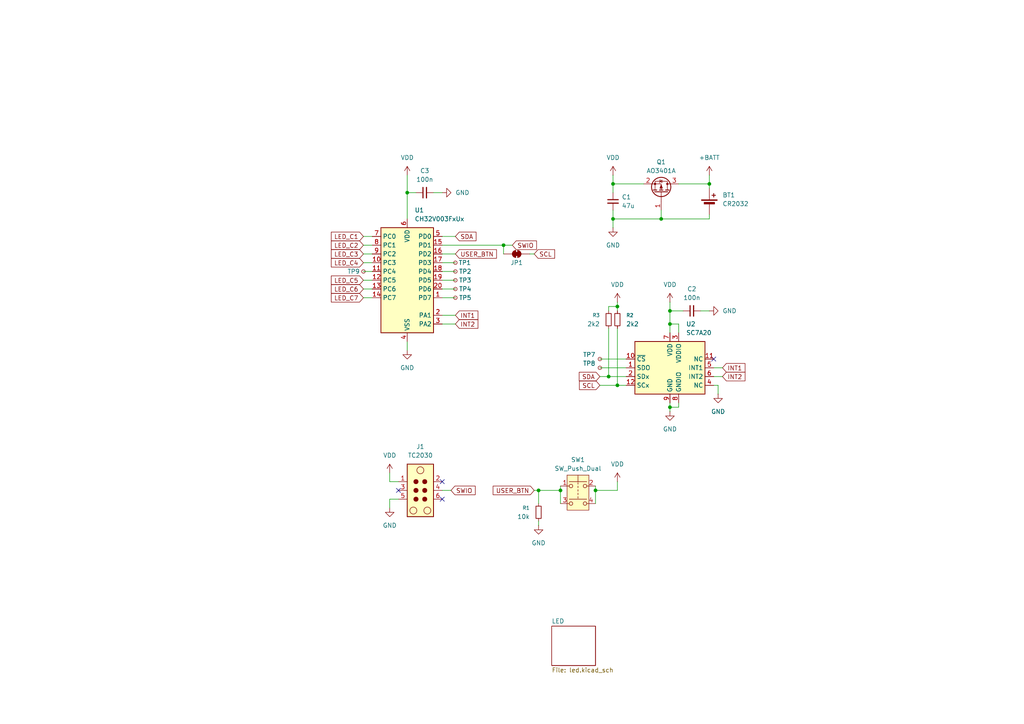
<source format=kicad_sch>
(kicad_sch (version 20250114) (generator "eeschema") (generator_version "9.0")
  (paper "A4")
  (lib_symbols
    (symbol "Connector:TC2030" (in_bom no)
      (property "Reference" "J" (at 1.27 8.89 0))
      (property "Value" "TC2030" (at 1.27 -8.89 0))
      (symbol "TC2030_1_1"
        (rectangle (start -2.54 7.62) (end 5.08 -7.62) (stroke (width 0.254)) (fill (type background)))
        (circle (center -0.762 -5.842) (radius 1.016))
        (circle (center 0 2.54) (radius 0.635) (fill (type outline)))
        (circle (center 0 0) (radius 0.635) (fill (type outline)))
        (circle (center 0 -2.54) (radius 0.635) (fill (type outline)))
        (circle (center 1.27 5.842) (radius 1.016))
        (circle (center 2.54 2.54) (radius 0.635) (fill (type outline)))
        (circle (center 2.54 0) (radius 0.635) (fill (type outline)))
        (circle (center 2.54 -2.54) (radius 0.635) (fill (type outline)))
        (circle (center 3.302 -5.842) (radius 1.016))
        (pin passive line (at -5.08 2.54 0) (length 2.54) (name "~") (number "1"))
        (pin passive line (at -5.08 0 0) (length 2.54) (name "~") (number "3"))
        (pin passive line (at -5.08 -2.54 0) (length 2.54) (name "~") (number "5"))
        (pin passive line (at 7.62 2.54 180) (length 2.54) (name "~") (number "2"))
        (pin passive line (at 7.62 0 180) (length 2.54) (name "~") (number "4"))
        (pin passive line (at 7.62 -2.54 180) (length 2.54) (name "~") (number "6"))
      )
    )
    (symbol "Connector:TestPoint_Small" (pin_numbers (hide yes)) (pin_names (offset 0.762) (hide yes))
      (property "Reference" "TP" (at 0 3.81 0))
      (property "Value" "TestPoint_Small" (at 0 2.032 0))
      (symbol "TestPoint_Small_0_1"
        (circle (center 0 0) (radius 0.508))
      )
      (symbol "TestPoint_Small_1_1"
        (pin passive line (at 0 0 90) (length 0) (name "1") (number "1"))
      )
    )
    (symbol "Device:Battery_Cell" (pin_numbers (hide yes)) (pin_names (offset 0) (hide yes))
      (property "Reference" "BT" (at 2.54 2.54 0))
      (property "Value" "Battery_Cell" (at 2.54 0 0))
      (symbol "Battery_Cell_0_1"
        (rectangle (start -2.286 1.778) (end 2.286 1.524) (fill (type outline)))
        (rectangle (start -1.524 1.016) (end 1.524 0.508) (fill (type outline)))
        (polyline (pts (xy 0 1.778) (xy 0 2.54)))
        (polyline (pts (xy 0 0.762) (xy 0 0)))
        (polyline (pts (xy 0.762 3.048) (xy 1.778 3.048)) (stroke (width 0.254)))
        (polyline (pts (xy 1.27 3.556) (xy 1.27 2.54)) (stroke (width 0.254)))
      )
      (symbol "Battery_Cell_1_1"
        (pin passive line (at 0 5.08 270) (length 2.54) (name "+") (number "1"))
        (pin passive line (at 0 -2.54 90) (length 2.54) (name "-") (number "2"))
      )
    )
    (symbol "Device:C_Small" (pin_numbers (hide yes)) (pin_names (offset 0.254) (hide yes))
      (property "Reference" "C" (at 0.254 1.778 0))
      (property "Value" "C_Small" (at 0.254 -2.032 0))
      (symbol "C_Small_0_1"
        (polyline (pts (xy -1.524 0.508) (xy 1.524 0.508)) (stroke (width 0.3048)))
        (polyline (pts (xy -1.524 -0.508) (xy 1.524 -0.508)) (stroke (width 0.3302)))
      )
      (symbol "C_Small_1_1"
        (pin passive line (at 0 2.54 270) (length 2.032) (name "~") (number "1"))
        (pin passive line (at 0 -2.54 90) (length 2.032) (name "~") (number "2"))
      )
    )
    (symbol "Device:R_Small" (pin_numbers (hide yes)) (pin_names (offset 0.254) (hide yes))
      (property "Reference" "R" (at 0 0 90))
      (property "Value" "R_Small" (at 1.778 0 90))
      (symbol "R_Small_0_1"
        (rectangle (start -0.762 1.778) (end 0.762 -1.778) (stroke (width 0.2032)))
      )
      (symbol "R_Small_1_1"
        (pin passive line (at 0 2.54 270) (length 0.762) (name "~") (number "1"))
        (pin passive line (at 0 -2.54 90) (length 0.762) (name "~") (number "2"))
      )
    )
    (symbol "Jumper:SolderJumper_2_Bridged" (pin_numbers (hide yes)) (pin_names (offset 0) (hide yes)) (in_bom no)
      (property "Reference" "JP" (at 0 2.032 0))
      (property "Value" "SolderJumper_2_Bridged" (at 0 -2.54 0))
      (symbol "SolderJumper_2_Bridged_0_1"
        (rectangle (start -0.508 0.508) (end 0.508 -0.508) (fill (type outline)))
        (polyline (pts (xy -0.254 1.016) (xy -0.254 -1.016)))
        (arc (start -0.254 -1.016) (mid -1.2656 0) (end -0.254 1.016))
        (arc (start -0.254 -1.016) (mid -1.2656 0) (end -0.254 1.016) (fill (type outline)))
        (arc (start 0.254 1.016) (mid 1.2656 0) (end 0.254 -1.016))
        (arc (start 0.254 1.016) (mid 1.2656 0) (end 0.254 -1.016) (fill (type outline)))
        (polyline (pts (xy 0.254 1.016) (xy 0.254 -1.016)))
      )
      (symbol "SolderJumper_2_Bridged_1_1"
        (pin passive line (at -3.81 0 0) (length 2.54) (name "A") (number "1"))
        (pin passive line (at 3.81 0 180) (length 2.54) (name "B") (number "2"))
      )
    )
    (symbol "MCU_WCH_CH32V0:CH32V003FxUx"
      (property "Reference" "U" (at -7.62 17.78 0))
      (property "Value" "CH32V003FxUx" (at 7.62 17.78 0))
      (symbol "CH32V003FxUx_1_1"
        (rectangle (start -7.62 15.24) (end 7.62 -15.24) (stroke (width 0.254)) (fill (type background)))
        (pin bidirectional line (at -10.16 12.7 0) (length 2.54) (name "PC0") (number "7"))
        (pin bidirectional line (at -10.16 10.16 0) (length 2.54) (name "PC1") (number "8"))
        (pin bidirectional line (at -10.16 7.62 0) (length 2.54) (name "PC2") (number "9"))
        (pin bidirectional line (at -10.16 5.08 0) (length 2.54) (name "PC3") (number "10"))
        (pin bidirectional line (at -10.16 2.54 0) (length 2.54) (name "PC4") (number "11"))
        (pin bidirectional line (at -10.16 0 0) (length 2.54) (name "PC5") (number "12"))
        (pin bidirectional line (at -10.16 -2.54 0) (length 2.54) (name "PC6") (number "13"))
        (pin bidirectional line (at -10.16 -5.08 0) (length 2.54) (name "PC7") (number "14"))
        (pin power_in line (at 0 17.78 270) (length 2.54) (name "VDD") (number "6"))
        (pin passive line (at 0 -17.78 90) (length 2.54) (hide yes) (name "VSS") (number "21"))
        (pin power_in line (at 0 -17.78 90) (length 2.54) (name "VSS") (number "4"))
        (pin bidirectional line (at 10.16 12.7 180) (length 2.54) (name "PD0") (number "5"))
        (pin bidirectional line (at 10.16 10.16 180) (length 2.54) (name "PD1") (number "15"))
        (pin bidirectional line (at 10.16 7.62 180) (length 2.54) (name "PD2") (number "16"))
        (pin bidirectional line (at 10.16 5.08 180) (length 2.54) (name "PD3") (number "17"))
        (pin bidirectional line (at 10.16 2.54 180) (length 2.54) (name "PD4") (number "18"))
        (pin bidirectional line (at 10.16 0 180) (length 2.54) (name "PD5") (number "19"))
        (pin bidirectional line (at 10.16 -2.54 180) (length 2.54) (name "PD6") (number "20"))
        (pin bidirectional line (at 10.16 -5.08 180) (length 2.54) (name "PD7") (number "1"))
        (pin bidirectional line (at 10.16 -10.16 180) (length 2.54) (name "PA1") (number "2"))
        (pin bidirectional line (at 10.16 -12.7 180) (length 2.54) (name "PA2") (number "3"))
      )
    )
    (symbol "Sensor_Motion:SC7A20"
      (property "Reference" "U" (at -9.398 8.636 0))
      (property "Value" "SC7A20" (at 7.112 8.636 0))
      (symbol "SC7A20_1_1"
        (rectangle (start -10.16 7.62) (end 10.16 -7.62) (stroke (width 0.254)) (fill (type background)))
        (pin input line (at -12.7 2.54 0) (length 2.54) (name "~{CS}") (number "10"))
        (pin bidirectional line (at -12.7 0 0) (length 2.54) (name "SDO") (number "1"))
        (pin bidirectional line (at -12.7 -2.54 0) (length 2.54) (name "SDx") (number "2"))
        (pin input line (at -12.7 -5.08 0) (length 2.54) (name "SCx") (number "12"))
        (pin power_in line (at 0 10.16 270) (length 2.54) (name "VDD") (number "7"))
        (pin power_in line (at 0 -10.16 90) (length 2.54) (name "GND") (number "9"))
        (pin power_in line (at 2.54 10.16 270) (length 2.54) (name "VDDIO") (number "3"))
        (pin power_in line (at 2.54 -10.16 90) (length 2.54) (name "GNDIO") (number "8"))
        (pin passive line (at 12.7 2.54 180) (length 2.54) (name "NC") (number "11"))
        (pin output line (at 12.7 0 180) (length 2.54) (name "INT1") (number "5"))
        (pin output line (at 12.7 -2.54 180) (length 2.54) (name "INT2") (number "6"))
        (pin passive line (at 12.7 -5.08 180) (length 2.54) (name "NC") (number "4"))
      )
    )
    (symbol "Switch:SW_Push_Dual" (pin_names (offset 1.016) (hide yes))
      (property "Reference" "SW" (at 0 7.62 0))
      (property "Value" "SW_Push_Dual" (at 0 -6.35 0))
      (symbol "SW_Push_Dual_0_1"
        (circle (center -2.032 2.54) (radius 0.508))
        (circle (center -2.032 -2.54) (radius 0.508))
        (polyline (pts (xy 0 3.81) (xy 0 5.588)))
        (polyline (pts (xy 0 3.048) (xy 0 3.556)))
        (polyline (pts (xy 0 2.032) (xy 0 2.54)))
        (polyline (pts (xy 0 1.016) (xy 0 1.524)))
        (polyline (pts (xy 0 0.508) (xy 0 0)))
        (polyline (pts (xy 0 -0.508) (xy 0 -1.016)))
        (circle (center 2.032 2.54) (radius 0.508))
        (circle (center 2.032 -2.54) (radius 0.508))
        (polyline (pts (xy 2.54 3.81) (xy -2.54 3.81)))
        (polyline (pts (xy 2.54 -1.27) (xy -2.54 -1.27)))
        (pin passive line (at -5.08 2.54 0) (length 2.54) (name "1") (number "1"))
        (pin passive line (at -5.08 -2.54 0) (length 2.54) (name "3") (number "3"))
        (pin passive line (at 5.08 2.54 180) (length 2.54) (name "2") (number "2"))
        (pin passive line (at 5.08 -2.54 180) (length 2.54) (name "4") (number "4"))
      )
      (symbol "SW_Push_Dual_1_1"
        (rectangle (start -3.175 5.715) (end 3.175 -4.445) (fill (type background)))
      )
    )
    (symbol "Transistor_FET:AO3401A" (pin_names (hide yes))
      (property "Reference" "Q" (at 5.08 1.905 0))
      (property "Value" "AO3401A" (at 5.08 0 0))
      (symbol "AO3401A_0_1"
        (polyline (pts (xy 0.254 1.905) (xy 0.254 -1.905)) (stroke (width 0.254)))
        (polyline (pts (xy 0.254 0) (xy -2.54 0)))
        (polyline (pts (xy 0.762 2.286) (xy 0.762 1.27)) (stroke (width 0.254)))
        (polyline (pts (xy 0.762 1.778) (xy 3.302 1.778) (xy 3.302 -1.778) (xy 0.762 -1.778)))
        (polyline (pts (xy 0.762 0.508) (xy 0.762 -0.508)) (stroke (width 0.254)))
        (polyline (pts (xy 0.762 -1.27) (xy 0.762 -2.286)) (stroke (width 0.254)))
        (circle (center 1.651 0) (radius 2.794) (stroke (width 0.254)))
        (polyline (pts (xy 2.286 0) (xy 1.27 0.381) (xy 1.27 -0.381) (xy 2.286 0)) (fill (type outline)))
        (polyline (pts (xy 2.54 2.54) (xy 2.54 1.778)))
        (circle (center 2.54 1.778) (radius 0.254) (fill (type outline)))
        (circle (center 2.54 -1.778) (radius 0.254) (fill (type outline)))
        (polyline (pts (xy 2.54 -2.54) (xy 2.54 0) (xy 0.762 0)))
        (polyline (pts (xy 2.794 -0.508) (xy 2.921 -0.381) (xy 3.683 -0.381) (xy 3.81 -0.254)))
        (polyline (pts (xy 3.302 -0.381) (xy 2.921 0.254) (xy 3.683 0.254) (xy 3.302 -0.381)))
      )
      (symbol "AO3401A_1_1"
        (pin input line (at -5.08 0 0) (length 2.54) (name "G") (number "1"))
        (pin passive line (at 2.54 5.08 270) (length 2.54) (name "D") (number "3"))
        (pin passive line (at 2.54 -5.08 90) (length 2.54) (name "S") (number "2"))
      )
    )
    (symbol "power:+BATT" (power) (pin_numbers (hide yes)) (pin_names (offset 0) (hide yes))
      (property "Value" "+BATT" (at 0 3.556 0))
      (symbol "+BATT_0_1"
        (polyline (pts (xy -0.762 1.27) (xy 0 2.54)))
        (polyline (pts (xy 0 2.54) (xy 0.762 1.27)))
        (polyline (pts (xy 0 0) (xy 0 2.54)))
      )
      (symbol "+BATT_1_1"
        (pin power_in line (at 0 0 90) (length 0) (name "~") (number "1"))
      )
    )
    (symbol "power:GND" (power) (pin_numbers (hide yes)) (pin_names (offset 0) (hide yes))
      (property "Value" "GND" (at 0 -3.81 0))
      (symbol "GND_0_1"
        (polyline (pts (xy 0 0) (xy 0 -1.27) (xy 1.27 -1.27) (xy 0 -2.54) (xy -1.27 -1.27) (xy 0 -1.27)))
      )
      (symbol "GND_1_1"
        (pin power_in line (at 0 0 270) (length 0) (name "~") (number "1"))
      )
    )
    (symbol "power:VDD" (power) (pin_numbers (hide yes)) (pin_names (offset 0) (hide yes))
      (property "Value" "VDD" (at 0 3.556 0))
      (symbol "VDD_0_1"
        (polyline (pts (xy -0.762 1.27) (xy 0 2.54)))
        (polyline (pts (xy 0 2.54) (xy 0.762 1.27)))
        (polyline (pts (xy 0 0) (xy 0 2.54)))
      )
      (symbol "VDD_1_1"
        (pin power_in line (at 0 0 90) (length 0) (name "~") (number "1"))
      )
    )
  )
  (junction (at 177.8 63.5))
  (junction (at 176.53 109.22))
  (junction (at 179.07 111.76))
  (junction (at 162.56 142.24))
  (junction (at 177.8 53.34))
  (junction (at 194.31 93.98))
  (junction (at 179.07 88.9))
  (junction (at 194.31 90.17))
  (junction (at 146.05 71.12))
  (junction (at 172.72 142.24))
  (junction (at 205.74 53.34))
  (junction (at 118.11 55.88))
  (junction (at 191.77 63.5))
  (junction (at 194.31 118.11))
  (junction (at 156.21 142.24))
  (no_connect (at 207.01 104.14))
  (no_connect (at 128.27 144.78))
  (no_connect (at 115.57 142.24))
  (no_connect (at 128.27 139.7))
  (wire (pts (xy 156.21 142.24) (xy 162.56 142.24)))
  (wire (pts (xy 154.94 73.66) (xy 153.67 73.66)))
  (wire (pts (xy 177.8 53.34) (xy 177.8 55.88)))
  (wire (pts (xy 173.99 106.68) (xy 181.61 106.68)))
  (wire (pts (xy 207.01 106.68) (xy 209.55 106.68)))
  (wire (pts (xy 205.74 50.8) (xy 205.74 53.34)))
  (wire (pts (xy 113.03 144.78) (xy 113.03 147.32)))
  (wire (pts (xy 179.07 95.25) (xy 179.07 111.76)))
  (wire (pts (xy 172.72 140.97) (xy 172.72 142.24)))
  (wire (pts (xy 105.41 86.36) (xy 107.95 86.36)))
  (wire (pts (xy 176.53 90.17) (xy 176.53 88.9)))
  (wire (pts (xy 179.07 111.76) (xy 181.61 111.76)))
  (wire (pts (xy 207.01 111.76) (xy 208.28 111.76)))
  (wire (pts (xy 162.56 142.24) (xy 162.56 146.05)))
  (wire (pts (xy 128.27 86.36) (xy 132.08 86.36)))
  (wire (pts (xy 156.21 142.24) (xy 156.21 146.05)))
  (wire (pts (xy 128.27 83.82) (xy 132.08 83.82)))
  (wire (pts (xy 176.53 95.25) (xy 176.53 109.22)))
  (wire (pts (xy 205.74 63.5) (xy 205.74 62.23)))
  (wire (pts (xy 176.53 109.22) (xy 181.61 109.22)))
  (wire (pts (xy 205.74 63.5) (xy 191.77 63.5)))
  (wire (pts (xy 177.8 60.96) (xy 177.8 63.5)))
  (wire (pts (xy 194.31 116.84) (xy 194.31 118.11)))
  (wire (pts (xy 176.53 88.9) (xy 179.07 88.9)))
  (wire (pts (xy 194.31 118.11) (xy 194.31 119.38)))
  (wire (pts (xy 125.73 55.88) (xy 128.27 55.88)))
  (wire (pts (xy 177.8 63.5) (xy 177.8 66.04)))
  (wire (pts (xy 194.31 90.17) (xy 194.31 93.98)))
  (wire (pts (xy 154.94 142.24) (xy 156.21 142.24)))
  (wire (pts (xy 162.56 140.97) (xy 162.56 142.24)))
  (wire (pts (xy 208.28 111.76) (xy 208.28 114.3)))
  (wire (pts (xy 128.27 71.12) (xy 146.05 71.12)))
  (wire (pts (xy 105.41 71.12) (xy 107.95 71.12)))
  (wire (pts (xy 105.41 68.58) (xy 107.95 68.58)))
  (wire (pts (xy 118.11 55.88) (xy 118.11 63.5)))
  (wire (pts (xy 173.99 104.14) (xy 181.61 104.14)))
  (wire (pts (xy 191.77 60.96) (xy 191.77 63.5)))
  (wire (pts (xy 113.03 139.7) (xy 113.03 137.16)))
  (wire (pts (xy 205.74 53.34) (xy 205.74 54.61)))
  (wire (pts (xy 105.41 83.82) (xy 107.95 83.82)))
  (wire (pts (xy 118.11 99.06) (xy 118.11 101.6)))
  (wire (pts (xy 203.2 90.17) (xy 205.74 90.17)))
  (wire (pts (xy 196.85 116.84) (xy 196.85 118.11)))
  (wire (pts (xy 194.31 90.17) (xy 198.12 90.17)))
  (wire (pts (xy 128.27 91.44) (xy 132.08 91.44)))
  (wire (pts (xy 172.72 142.24) (xy 172.72 146.05)))
  (wire (pts (xy 105.41 73.66) (xy 107.95 73.66)))
  (wire (pts (xy 105.41 81.28) (xy 107.95 81.28)))
  (wire (pts (xy 156.21 151.13) (xy 156.21 152.4)))
  (wire (pts (xy 196.85 96.52) (xy 196.85 93.98)))
  (wire (pts (xy 128.27 93.98) (xy 132.08 93.98)))
  (wire (pts (xy 128.27 142.24) (xy 130.81 142.24)))
  (wire (pts (xy 128.27 78.74) (xy 132.08 78.74)))
  (wire (pts (xy 179.07 142.24) (xy 172.72 142.24)))
  (wire (pts (xy 118.11 55.88) (xy 120.65 55.88)))
  (wire (pts (xy 146.05 71.12) (xy 148.59 71.12)))
  (wire (pts (xy 118.11 50.8) (xy 118.11 55.88)))
  (wire (pts (xy 173.99 109.22) (xy 176.53 109.22)))
  (wire (pts (xy 128.27 76.2) (xy 132.08 76.2)))
  (wire (pts (xy 115.57 139.7) (xy 113.03 139.7)))
  (wire (pts (xy 128.27 68.58) (xy 132.08 68.58)))
  (wire (pts (xy 177.8 53.34) (xy 186.69 53.34)))
  (wire (pts (xy 105.41 76.2) (xy 107.95 76.2)))
  (wire (pts (xy 179.07 88.9) (xy 179.07 90.17)))
  (wire (pts (xy 196.85 93.98) (xy 194.31 93.98)))
  (wire (pts (xy 105.41 78.74) (xy 107.95 78.74)))
  (wire (pts (xy 179.07 87.63) (xy 179.07 88.9)))
  (wire (pts (xy 179.07 139.7) (xy 179.07 142.24)))
  (wire (pts (xy 173.99 111.76) (xy 179.07 111.76)))
  (wire (pts (xy 191.77 63.5) (xy 177.8 63.5)))
  (wire (pts (xy 207.01 109.22) (xy 209.55 109.22)))
  (wire (pts (xy 196.85 53.34) (xy 205.74 53.34)))
  (wire (pts (xy 194.31 93.98) (xy 194.31 96.52)))
  (wire (pts (xy 115.57 144.78) (xy 113.03 144.78)))
  (wire (pts (xy 196.85 118.11) (xy 194.31 118.11)))
  (wire (pts (xy 194.31 87.63) (xy 194.31 90.17)))
  (wire (pts (xy 128.27 81.28) (xy 132.08 81.28)))
  (wire (pts (xy 128.27 73.66) (xy 132.08 73.66)))
  (wire (pts (xy 177.8 50.8) (xy 177.8 53.34)))
  (wire (pts (xy 146.05 73.66) (xy 146.05 71.12)))
  (global_label "SCL" (shape input) (at 154.94 73.66 0) (property "Intersheetrefs" "${INTERSHEET_REFS}" (effects (hide yes))))
  (global_label "INT1" (shape input) (at 209.55 106.68 0) (property "Intersheetrefs" "${INTERSHEET_REFS}" (effects (hide yes))))
  (global_label "SDA" (shape input) (at 132.08 68.58 0) (property "Intersheetrefs" "${INTERSHEET_REFS}" (effects (hide yes))))
  (global_label "LED_C5" (shape input) (at 105.41 81.28 180) (property "Intersheetrefs" "${INTERSHEET_REFS}" (effects (hide yes))))
  (global_label "LED_C3" (shape input) (at 105.41 73.66 180) (property "Intersheetrefs" "${INTERSHEET_REFS}" (effects (hide yes))))
  (global_label "INT2" (shape input) (at 209.55 109.22 0) (property "Intersheetrefs" "${INTERSHEET_REFS}" (effects (hide yes))))
  (global_label "SWIO" (shape input) (at 148.59 71.12 0) (property "Intersheetrefs" "${INTERSHEET_REFS}" (effects (hide yes))))
  (global_label "INT1" (shape input) (at 132.08 91.44 0) (property "Intersheetrefs" "${INTERSHEET_REFS}" (effects (hide yes))))
  (global_label "SDA" (shape input) (at 173.99 109.22 180) (property "Intersheetrefs" "${INTERSHEET_REFS}" (effects (hide yes))))
  (global_label "SWIO" (shape input) (at 130.81 142.24 0) (property "Intersheetrefs" "${INTERSHEET_REFS}" (effects (hide yes))))
  (global_label "LED_C1" (shape input) (at 105.41 68.58 180) (property "Intersheetrefs" "${INTERSHEET_REFS}" (effects (hide yes))))
  (global_label "LED_C2" (shape input) (at 105.41 71.12 180) (property "Intersheetrefs" "${INTERSHEET_REFS}" (effects (hide yes))))
  (global_label "LED_C6" (shape input) (at 105.41 83.82 180) (property "Intersheetrefs" "${INTERSHEET_REFS}" (effects (hide yes))))
  (global_label "USER_BTN" (shape input) (at 154.94 142.24 180) (property "Intersheetrefs" "${INTERSHEET_REFS}" (effects (hide yes))))
  (global_label "LED_C4" (shape input) (at 105.41 76.2 180) (property "Intersheetrefs" "${INTERSHEET_REFS}" (effects (hide yes))))
  (global_label "USER_BTN" (shape input) (at 132.08 73.66 0) (property "Intersheetrefs" "${INTERSHEET_REFS}" (effects (hide yes))))
  (global_label "SCL" (shape input) (at 173.99 111.76 180) (property "Intersheetrefs" "${INTERSHEET_REFS}" (effects (hide yes))))
  (global_label "LED_C7" (shape input) (at 105.41 86.36 180) (property "Intersheetrefs" "${INTERSHEET_REFS}" (effects (hide yes))))
  (global_label "INT2" (shape input) (at 132.08 93.98 0) (property "Intersheetrefs" "${INTERSHEET_REFS}" (effects (hide yes))))
  (symbol (lib_id "power:GND") (at 208.28 114.3 0) (unit 1)
    (property "Reference" "#PWR08" (effects (hide yes)))
    (property "Value" "GND" (at 208.28 119.38 0))
    (property "Description" "Power symbol creates a global label with name \"GND\" , ground" (effects (hide yes)))
  )
  (symbol (lib_id "Connector:TestPoint_Small") (at 132.08 83.82 0) (unit 1)
    (property "Reference" "TP4" (at 133.096 83.82 0) (effects (justify left)))
    (property "Value" "TestPoint_Small" (effects (hide yes)))
    (property "Footprint" "TestPoint:TestPoint_Pad_D1.0mm" (effects (hide yes)))
    (property "Description" "test point" (effects (hide yes)))
  )
  (symbol (lib_id "Device:R_Small") (at 179.07 92.71 0) (unit 1)
    (property "Reference" "R2" (at 181.61 91.4399 0) (effects (font (size 1.016 1.016)) (justify left)))
    (property "Value" "2k2" (at 181.61 93.9799 0) (effects (justify left)))
    (property "Footprint" "Resistor_SMD:R_0603_1608Metric" (effects (hide yes)))
    (property "Description" "Resistor, small symbol" (effects (hide yes)))
  )
  (symbol (lib_id "Device:C_Small") (at 200.66 90.17 90) (unit 1)
    (property "Reference" "C2" (at 200.6663 83.82 90))
    (property "Value" "100n" (at 200.6663 86.36 90))
    (property "Footprint" "Capacitor_SMD:C_0603_1608Metric" (effects (hide yes)))
    (property "Description" "Unpolarized capacitor, small symbol" (effects (hide yes)))
  )
  (symbol (lib_id "Transistor_FET:AO3401A") (at 191.77 55.88 270) (mirror x) (unit 1)
    (property "Reference" "Q1" (at 191.77 46.99 90))
    (property "Value" "AO3401A" (at 191.77 49.53 90))
    (property "Footprint" "Package_TO_SOT_SMD:SOT-23" (effects (hide yes)))
    (property "Datasheet" "http://www.aosmd.com/pdfs/datasheet/AO3401A.pdf" (effects (hide yes)))
    (property "Description" "-4.0A Id, -30V Vds, P-Channel MOSFET, SOT-23" (effects (hide yes)))
  )
  (symbol (lib_id "Connector:TestPoint_Small") (at 132.08 76.2 180) (unit 1)
    (property "Reference" "TP1" (at 136.652 76.2 0) (effects (justify left)))
    (property "Value" "TestPoint_Small" (effects (hide yes)))
    (property "Footprint" "TestPoint:TestPoint_Pad_D1.0mm" (effects (hide yes)))
    (property "Description" "test point" (effects (hide yes)))
  )
  (symbol (lib_id "Device:C_Small") (at 177.8 58.42 0) (unit 1)
    (property "Reference" "C1" (at 180.34 57.1562 0) (effects (justify left)))
    (property "Value" "47u" (at 180.34 59.6962 0) (effects (justify left)))
    (property "Footprint" "Capacitor_SMD:C_0603_1608Metric" (effects (hide yes)))
    (property "Description" "Unpolarized capacitor, small symbol" (effects (hide yes)))
  )
  (symbol (lib_id "power:GND") (at 128.27 55.88 90) (unit 1)
    (property "Reference" "#PWR09" (effects (hide yes)))
    (property "Value" "GND" (at 132.08 55.8799 90) (effects (justify right)))
    (property "Description" "Power symbol creates a global label with name \"GND\" , ground" (effects (hide yes)))
  )
  (symbol (lib_id "Connector:TestPoint_Small") (at 105.41 78.74 180) (unit 1)
    (property "Reference" "TP9" (at 104.394 78.74 0) (effects (justify left)))
    (property "Value" "TestPoint_Small" (effects (hide yes)))
    (property "Footprint" "TestPoint:TestPoint_Pad_D1.0mm" (effects (hide yes)))
    (property "Description" "test point" (effects (hide yes)))
  )
  (symbol (lib_id "power:GND") (at 118.11 101.6 0) (unit 1)
    (property "Reference" "#PWR010" (effects (hide yes)))
    (property "Value" "GND" (at 118.11 106.68 0))
    (property "Description" "Power symbol creates a global label with name \"GND\" , ground" (effects (hide yes)))
  )
  (symbol (lib_id "power:GND") (at 156.21 152.4 0) (unit 1)
    (property "Reference" "#PWR015" (effects (hide yes)))
    (property "Value" "GND" (at 156.21 157.48 0))
    (property "Description" "Power symbol creates a global label with name \"GND\" , ground" (effects (hide yes)))
  )
  (symbol (lib_id "Device:Battery_Cell") (at 205.74 59.69 0) (unit 1)
    (property "Reference" "BT1" (at 209.55 56.5784 0) (effects (justify left)))
    (property "Value" "CR2032" (at 209.55 59.1184 0) (effects (justify left)))
    (property "Description" "Single-cell battery" (effects (hide yes)))
  )
  (symbol (lib_id "Device:R_Small") (at 156.21 148.59 0) (mirror y) (unit 1)
    (property "Reference" "R1" (at 153.67 147.3199 0) (effects (font (size 1.016 1.016)) (justify left)))
    (property "Value" "10k" (at 153.67 149.8599 0) (effects (justify left)))
    (property "Footprint" "Resistor_SMD:R_0603_1608Metric" (effects (hide yes)))
    (property "Description" "Resistor, small symbol" (effects (hide yes)))
  )
  (symbol (lib_id "Device:R_Small") (at 176.53 92.71 0) (mirror y) (unit 1)
    (property "Reference" "R3" (at 173.99 91.4399 0) (effects (font (size 1.016 1.016)) (justify left)))
    (property "Value" "2k2" (at 173.99 93.9799 0) (effects (justify left)))
    (property "Footprint" "Resistor_SMD:R_0603_1608Metric" (effects (hide yes)))
    (property "Description" "Resistor, small symbol" (effects (hide yes)))
  )
  (symbol (lib_id "Sensor_Motion:SC7A20") (at 194.31 106.68 0) (unit 1)
    (property "Reference" "U2" (at 198.9933 93.98 0) (effects (justify left)))
    (property "Value" "SC7A20" (at 198.9933 96.52 0) (effects (justify left)))
    (property "Footprint" "Package_LGA:LGA-12_2x2mm_P0.5mm" (effects (hide yes)))
    (property "Datasheet" "https://www.silan.com.cn/en/product/details/47.html" (effects (hide yes)))
    (property "Description" "3-Axis Accelerometer, 2/4/8g/16g range, I2C/SPI interface, LGA-12" (effects (hide yes)))
  )
  (symbol (lib_id "power:VDD") (at 179.07 139.7 0) (unit 1)
    (property "Reference" "#PWR014" (effects (hide yes)))
    (property "Value" "VDD" (at 179.07 134.62 0))
    (property "Description" "Power symbol creates a global label with name \"VDD\"" (effects (hide yes)))
  )
  (symbol (lib_id "MCU_WCH_CH32V0:CH32V003FxUx") (at 118.11 81.28 0) (unit 1)
    (property "Reference" "U1" (at 120.2533 60.96 0) (effects (justify left)))
    (property "Value" "CH32V003FxUx" (at 120.2533 63.5 0) (effects (justify left)))
    (property "Footprint" "Package_DFN_QFN:QFN-20-1EP_3x3mm_P0.4mm_EP1.65x1.65mm" (effects (hide yes)))
    (property "Datasheet" "https://www.wch-ic.com/products/CH32V003.html" (effects (hide yes)))
    (property "Description" "CH32V003 series are industrial-grade general-purpose microcontrollers designed based on 32-bit RISC-V instruction set and architecture. It adopts QingKe V2A core, RV32EC instruction set, and supports 2 levels of interrupt nesting. The series are mounted with rich peripheral interfaces and function modules. Its internal organizational structure meets the low-cost and low-power embedded application scenarios." (effects (hide yes)))
  )
  (symbol (lib_id "power:GND") (at 113.03 147.32 0) (unit 1)
    (property "Reference" "#PWR013" (effects (hide yes)))
    (property "Value" "GND" (at 113.03 152.4 0))
    (property "Description" "Power symbol creates a global label with name \"GND\" , ground" (effects (hide yes)))
  )
  (symbol (lib_id "Connector:TestPoint_Small") (at 132.08 81.28 0) (unit 1)
    (property "Reference" "TP3" (at 133.096 81.28 0) (effects (justify left)))
    (property "Value" "TestPoint_Small" (effects (hide yes)))
    (property "Footprint" "TestPoint:TestPoint_Pad_D1.0mm" (effects (hide yes)))
    (property "Description" "test point" (effects (hide yes)))
  )
  (symbol (lib_id "Jumper:SolderJumper_2_Bridged") (at 149.86 73.66 0) (unit 1) (in_bom no)
    (property "Reference" "JP1" (at 149.86 76.2 0))
    (property "Value" "SolderJumper_2_Bridged" (effects (hide yes)))
    (property "Footprint" "Jumper:SolderJumper-2_P1.3mm_Bridged_RoundedPad1.0x1.5mm" (effects (hide yes)))
    (property "Description" "Solder Jumper, 2-pole, closed/bridged" (effects (hide yes)))
  )
  (symbol (lib_id "Connector:TestPoint_Small") (at 173.99 106.68 0) (mirror y) (unit 1)
    (property "Reference" "TP8" (at 172.72 105.4099 0) (effects (justify left)))
    (property "Value" "TestPoint_Small" (effects (hide yes)))
    (property "Footprint" "TestPoint:TestPoint_Pad_D1.0mm" (effects (hide yes)))
    (property "Description" "test point" (effects (hide yes)))
  )
  (symbol (lib_id "power:VDD") (at 177.8 50.8 0) (unit 1)
    (property "Reference" "#PWR01" (effects (hide yes)))
    (property "Value" "VDD" (at 177.8 45.72 0))
    (property "Description" "Power symbol creates a global label with name \"VDD\"" (effects (hide yes)))
  )
  (symbol (lib_id "power:VDD") (at 118.11 50.8 0) (unit 1)
    (property "Reference" "#PWR011" (effects (hide yes)))
    (property "Value" "VDD" (at 118.11 45.72 0))
    (property "Description" "Power symbol creates a global label with name \"VDD\"" (effects (hide yes)))
  )
  (symbol (lib_id "Device:C_Small") (at 123.19 55.88 90) (unit 1)
    (property "Reference" "C3" (at 123.1963 49.53 90))
    (property "Value" "100n" (at 123.1963 52.07 90))
    (property "Footprint" "Capacitor_SMD:C_0603_1608Metric" (effects (hide yes)))
    (property "Description" "Unpolarized capacitor, small symbol" (effects (hide yes)))
  )
  (symbol (lib_id "Connector:TestPoint_Small") (at 132.08 78.74 0) (unit 1)
    (property "Reference" "TP2" (at 133.096 78.74 0) (effects (justify left)))
    (property "Value" "TestPoint_Small" (effects (hide yes)))
    (property "Footprint" "TestPoint:TestPoint_Pad_D1.0mm" (effects (hide yes)))
    (property "Description" "test point" (effects (hide yes)))
  )
  (symbol (lib_id "Connector:TC2030") (at 120.65 142.24 0) (unit 1) (in_bom no)
    (property "Reference" "J1" (at 121.92 129.54 0))
    (property "Value" "TC2030" (at 121.92 132.08 0))
    (property "Footprint" "Connector:Tag-Connect_TC2030-IDC-NL_2x03_P1.27mm_Vertical" (effects (hide yes)))
    (property "Datasheet" "https://www.tag-connect.com/wp-content/uploads/bsk-pdf-manager/2019/12/TC2030-IDC-NL-Datasheet-Rev-B.pdf" (effects (hide yes)))
    (property "Description" "Tag-Connect’s 6-pins connector" (effects (hide yes)))
  )
  (symbol (lib_id "Switch:SW_Push_Dual") (at 167.64 143.51 0) (unit 1)
    (property "Reference" "SW1" (at 167.64 133.35 0))
    (property "Value" "SW_Push_Dual" (at 167.64 135.89 0))
    (property "Footprint" "Button_Switch_SMD:SW_Push_1P1T_XKB_TS-1187A" (effects (hide yes)))
    (property "Description" "Push button switch, generic, symbol, four pins" (effects (hide yes)))
  )
  (symbol (lib_id "Connector:TestPoint_Small") (at 132.08 86.36 0) (unit 1)
    (property "Reference" "TP5" (at 133.096 86.36 0) (effects (justify left)))
    (property "Value" "TestPoint_Small" (effects (hide yes)))
    (property "Footprint" "TestPoint:TestPoint_Pad_D1.0mm" (effects (hide yes)))
    (property "Description" "test point" (effects (hide yes)))
  )
  (symbol (lib_id "power:VDD") (at 113.03 137.16 0) (unit 1)
    (property "Reference" "#PWR012" (effects (hide yes)))
    (property "Value" "VDD" (at 113.03 132.08 0))
    (property "Description" "Power symbol creates a global label with name \"VDD\"" (effects (hide yes)))
  )
  (symbol (lib_id "power:VDD") (at 194.31 87.63 0) (unit 1)
    (property "Reference" "#PWR04" (effects (hide yes)))
    (property "Value" "VDD" (at 194.31 82.55 0))
    (property "Description" "Power symbol creates a global label with name \"VDD\"" (effects (hide yes)))
  )
  (symbol (lib_id "power:GND") (at 194.31 119.38 0) (unit 1)
    (property "Reference" "#PWR07" (effects (hide yes)))
    (property "Value" "GND" (at 194.31 124.46 0))
    (property "Description" "Power symbol creates a global label with name \"GND\" , ground" (effects (hide yes)))
  )
  (symbol (lib_id "power:GND") (at 177.8 66.04 0) (unit 1)
    (property "Reference" "#PWR02" (effects (hide yes)))
    (property "Value" "GND" (at 177.8 71.12 0))
    (property "Description" "Power symbol creates a global label with name \"GND\" , ground" (effects (hide yes)))
  )
  (symbol (lib_id "power:+BATT") (at 205.74 50.8 0) (unit 1)
    (property "Reference" "#PWR03" (effects (hide yes)))
    (property "Value" "+BATT" (at 205.74 45.72 0))
    (property "Description" "Power symbol creates a global label with name \"+BATT\"" (effects (hide yes)))
  )
  (symbol (lib_id "Connector:TestPoint_Small") (at 173.99 104.14 0) (mirror y) (unit 1)
    (property "Reference" "TP7" (at 172.72 102.8699 0) (effects (justify left)))
    (property "Value" "TestPoint_Small" (effects (hide yes)))
    (property "Footprint" "TestPoint:TestPoint_Pad_D1.0mm" (effects (hide yes)))
    (property "Description" "test point" (effects (hide yes)))
  )
  (symbol (lib_id "power:VDD") (at 179.07 87.63 0) (unit 1)
    (property "Reference" "#PWR06" (effects (hide yes)))
    (property "Value" "VDD" (at 179.07 82.55 0))
    (property "Description" "Power symbol creates a global label with name \"VDD\"" (effects (hide yes)))
  )
  (symbol (lib_id "power:GND") (at 205.74 90.17 90) (unit 1)
    (property "Reference" "#PWR05" (effects (hide yes)))
    (property "Value" "GND" (at 209.55 90.1699 90) (effects (justify right)))
    (property "Description" "Power symbol creates a global label with name \"GND\" , ground" (effects (hide yes)))
  )
  (sheet (at 160.02 181.61) (size 12.7 11.43) (stroke (width 0.1524))
    (property "Sheetname" "LED" (at 160.02 180.8984 0) (effects (justify left bottom)))
    (property "Sheetfile" "led.kicad_sch" (at 160.02 193.6246 0) (effects (justify left top)))
  )
)
</source>
